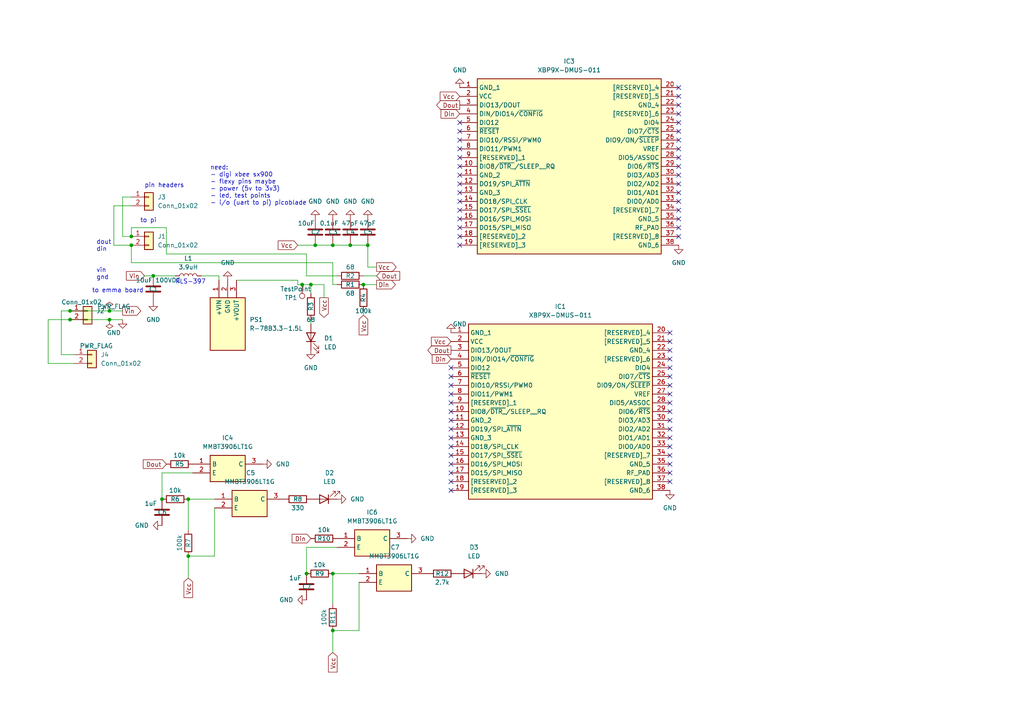
<source format=kicad_sch>
(kicad_sch (version 20230121) (generator eeschema)
  (paper "A4")
  (lib_symbols
    (symbol "Connector:TestPoint" (pin_numbers hide) (pin_names (offset 0.762) hide)
      (property "Reference" "TP" (at 0 6.858 0))
      (property "Value" "TestPoint" (at 0 5.08 0))
      (symbol "TestPoint_0_1"
        (circle (center 0 3.302) (radius 0.762))
      )
      (symbol "TestPoint_1_1"
        (pin passive line (at 0 0 90) (length 2.54) (name "1") (number "1"))
      )
    )
    (symbol "Connector_Generic:Conn_01x02" (pin_names (offset 1.016) hide)
      (property "Reference" "J" (at 0 2.54 0))
      (property "Value" "Conn_01x02" (at 0 -5.08 0))
      (symbol "Conn_01x02_1_1"
        (rectangle (start -1.27 -2.413) (end 0 -2.667) (stroke (width 0.1524)))
        (rectangle (start -1.27 0.127) (end 0 -0.127) (stroke (width 0.1524)))
        (rectangle (start -1.27 1.27) (end 1.27 -3.81) (stroke (width 0.254)) (fill (type background)))
        (pin passive line (at -5.08 0 0) (length 3.81) (name "Pin_1") (number "1"))
        (pin passive line (at -5.08 -2.54 0) (length 3.81) (name "Pin_2") (number "2"))
      )
    )
    (symbol "Device:C" (pin_numbers hide) (pin_names (offset 0.254))
      (property "Reference" "C" (at 0.635 2.54 0))
      (property "Value" "C" (at 0.635 -2.54 0))
      (symbol "C_0_1"
        (polyline (pts (xy -2.032 -0.762) (xy 2.032 -0.762)) (stroke (width 0.508)))
        (polyline (pts (xy -2.032 0.762) (xy 2.032 0.762)) (stroke (width 0.508)))
      )
      (symbol "C_1_1"
        (pin passive line (at 0 3.81 270) (length 2.794) (name "~") (number "1"))
        (pin passive line (at 0 -3.81 90) (length 2.794) (name "~") (number "2"))
      )
    )
    (symbol "Device:L" (pin_numbers hide) (pin_names (offset 1.016) hide)
      (property "Reference" "L" (at -1.27 0 90))
      (property "Value" "L" (at 1.905 0 90))
      (symbol "L_0_1"
        (arc (start 0 -2.54) (mid 0.6323 -1.905) (end 0 -1.27))
        (arc (start 0 -1.27) (mid 0.6323 -0.635) (end 0 0))
        (arc (start 0 0) (mid 0.6323 0.635) (end 0 1.27))
        (arc (start 0 1.27) (mid 0.6323 1.905) (end 0 2.54))
      )
      (symbol "L_1_1"
        (pin passive line (at 0 3.81 270) (length 1.27) (name "1") (number "1"))
        (pin passive line (at 0 -3.81 90) (length 1.27) (name "2") (number "2"))
      )
    )
    (symbol "Device:LED" (pin_numbers hide) (pin_names (offset 1.016) hide)
      (property "Reference" "D" (at 0 2.54 0))
      (property "Value" "LED" (at 0 -2.54 0))
      (symbol "LED_0_1"
        (polyline (pts (xy -1.27 -1.27) (xy -1.27 1.27)) (stroke (width 0.254)))
        (polyline (pts (xy -1.27 0) (xy 1.27 0)))
        (polyline (pts (xy 1.27 -1.27) (xy 1.27 1.27) (xy -1.27 0) (xy 1.27 -1.27)) (stroke (width 0.254)))
        (polyline (pts (xy -3.048 -0.762) (xy -4.572 -2.286) (xy -3.81 -2.286) (xy -4.572 -2.286) (xy -4.572 -1.524)))
        (polyline (pts (xy -1.778 -0.762) (xy -3.302 -2.286) (xy -2.54 -2.286) (xy -3.302 -2.286) (xy -3.302 -1.524)))
      )
      (symbol "LED_1_1"
        (pin passive line (at -3.81 0 0) (length 2.54) (name "K") (number "1"))
        (pin passive line (at 3.81 0 180) (length 2.54) (name "A") (number "2"))
      )
    )
    (symbol "Device:R" (pin_numbers hide) (pin_names (offset 0))
      (property "Reference" "R" (at 2.032 0 90))
      (property "Value" "R" (at 0 0 90))
      (symbol "R_0_1"
        (rectangle (start -1.016 -2.54) (end 1.016 2.54) (stroke (width 0.254)))
      )
      (symbol "R_1_1"
        (pin passive line (at 0 3.81 270) (length 1.27) (name "~") (number "1"))
        (pin passive line (at 0 -3.81 90) (length 1.27) (name "~") (number "2"))
      )
    )
    (symbol "power:GND" (power) (pin_names (offset 0))
      (property "Value" "GND" (at 0 -3.81 0))
      (symbol "GND_0_1"
        (polyline (pts (xy 0 0) (xy 0 -1.27) (xy 1.27 -1.27) (xy 0 -2.54) (xy -1.27 -1.27) (xy 0 -1.27)))
      )
      (symbol "GND_1_1"
        (pin power_in line (at 0 0 270) (length 0) hide (name "GND") (number "1"))
      )
    )
    (symbol "power:PWR_FLAG" (power) (pin_numbers hide) (pin_names (offset 0) hide)
      (property "Value" "PWR_FLAG" (at 0 3.81 0))
      (symbol "PWR_FLAG_0_0"
        (pin power_out line (at 0 0 90) (length 0) (name "pwr") (number "1"))
      )
      (symbol "PWR_FLAG_0_1"
        (polyline (pts (xy 0 0) (xy 0 1.27) (xy -1.016 1.905) (xy 0 2.54) (xy 1.016 1.905) (xy 0 1.27)))
      )
    )
    (symbol "radio_module_symbols:MMBT3906LT1G"
      (property "Reference" "IC" (at 16.51 7.62 0))
      (property "Value" "MMBT3906LT1G" (at 16.51 5.08 0))
      (symbol "MMBT3906LT1G_1_1"
        (rectangle (start 5.08 2.54) (end 15.24 -5.08) (stroke (width 0.254)) (fill (type background)))
        (pin passive line (at 0 0 0) (length 5.08) (name "B") (number "1"))
        (pin passive line (at 0 -2.54 0) (length 5.08) (name "E") (number "2"))
        (pin passive line (at 20.32 0 180) (length 5.08) (name "C") (number "3"))
      )
    )
    (symbol "radio_module_symbols:R-78B3.3-1.5L"
      (property "Reference" "PS" (at 21.59 7.62 0))
      (property "Value" "R-78B3.3-1.5L" (at 21.59 5.08 0))
      (symbol "R-78B3.3-1.5L_1_1"
        (rectangle (start 5.08 2.54) (end 20.32 -7.62) (stroke (width 0.254)) (fill (type background)))
        (pin passive line (at 0 -5.08 0) (length 5.08) (name "+VIN") (number "1"))
        (pin passive line (at 0 -2.54 0) (length 5.08) (name "GND") (number "2"))
        (pin passive line (at 0 0 0) (length 5.08) (name "+VOUT") (number "3"))
      )
    )
    (symbol "radio_module_symbols:XBP9X-DMUS-011"
      (property "Reference" "IC" (at 59.69 7.62 0))
      (property "Value" "XBP9X-DMUS-011" (at 59.69 5.08 0))
      (symbol "XBP9X-DMUS-011_1_1"
        (rectangle (start 5.08 2.54) (end 58.42 -48.26) (stroke (width 0.254)) (fill (type background)))
        (pin passive line (at 0 0 0) (length 5.08) (name "GND_1") (number "1"))
        (pin passive line (at 0 -22.86 0) (length 5.08) (name "DIO8/~{DTR_}/SLEEP__RQ") (number "10"))
        (pin passive line (at 0 -25.4 0) (length 5.08) (name "GND_2") (number "11"))
        (pin passive line (at 0 -27.94 0) (length 5.08) (name "DO19/SPI_~{ATTN}") (number "12"))
        (pin passive line (at 0 -30.48 0) (length 5.08) (name "GND_3") (number "13"))
        (pin passive line (at 0 -33.02 0) (length 5.08) (name "DO18/SPI_CLK") (number "14"))
        (pin passive line (at 0 -35.56 0) (length 5.08) (name "DO17/SPI_~{SSEL}") (number "15"))
        (pin passive line (at 0 -38.1 0) (length 5.08) (name "DO16/SPI_MOSI") (number "16"))
        (pin passive line (at 0 -40.64 0) (length 5.08) (name "DO15/SPI_MISO") (number "17"))
        (pin passive line (at 0 -43.18 0) (length 5.08) (name "[RESERVED]_2") (number "18"))
        (pin passive line (at 0 -45.72 0) (length 5.08) (name "[RESERVED]_3") (number "19"))
        (pin passive line (at 0 -2.54 0) (length 5.08) (name "VCC") (number "2"))
        (pin passive line (at 63.5 0 180) (length 5.08) (name "[RESERVED]_4") (number "20"))
        (pin passive line (at 63.5 -2.54 180) (length 5.08) (name "[RESERVED]_5") (number "21"))
        (pin passive line (at 63.5 -5.08 180) (length 5.08) (name "GND_4") (number "22"))
        (pin passive line (at 63.5 -7.62 180) (length 5.08) (name "[RESERVED]_6") (number "23"))
        (pin passive line (at 63.5 -10.16 180) (length 5.08) (name "DIO4") (number "24"))
        (pin passive line (at 63.5 -12.7 180) (length 5.08) (name "DIO7/~{CTS}") (number "25"))
        (pin passive line (at 63.5 -15.24 180) (length 5.08) (name "DIO9/ON/~{SLEEP}") (number "26"))
        (pin passive line (at 63.5 -17.78 180) (length 5.08) (name "VREF") (number "27"))
        (pin passive line (at 63.5 -20.32 180) (length 5.08) (name "DIO5/ASSOC") (number "28"))
        (pin passive line (at 63.5 -22.86 180) (length 5.08) (name "DIO6/~{RTS}") (number "29"))
        (pin passive line (at 0 -5.08 0) (length 5.08) (name "DIO13/DOUT") (number "3"))
        (pin passive line (at 63.5 -25.4 180) (length 5.08) (name "DIO3/AD3") (number "30"))
        (pin passive line (at 63.5 -27.94 180) (length 5.08) (name "DIO2/AD2") (number "31"))
        (pin passive line (at 63.5 -30.48 180) (length 5.08) (name "DIO1/AD1") (number "32"))
        (pin passive line (at 63.5 -33.02 180) (length 5.08) (name "DIO0/AD0") (number "33"))
        (pin passive line (at 63.5 -35.56 180) (length 5.08) (name "[RESERVED]_7") (number "34"))
        (pin passive line (at 63.5 -38.1 180) (length 5.08) (name "GND_5") (number "35"))
        (pin passive line (at 63.5 -40.64 180) (length 5.08) (name "RF_PAD") (number "36"))
        (pin passive line (at 63.5 -43.18 180) (length 5.08) (name "[RESERVED]_8") (number "37"))
        (pin passive line (at 63.5 -45.72 180) (length 5.08) (name "GND_6") (number "38"))
        (pin passive line (at 0 -7.62 0) (length 5.08) (name "DIN/DIO14/~{CONFIG}") (number "4"))
        (pin passive line (at 0 -10.16 0) (length 5.08) (name "DIO12") (number "5"))
        (pin passive line (at 0 -12.7 0) (length 5.08) (name "~{RESET}") (number "6"))
        (pin passive line (at 0 -15.24 0) (length 5.08) (name "DIO10/RSSI/PWM0") (number "7"))
        (pin passive line (at 0 -17.78 0) (length 5.08) (name "DIO11/PWM1") (number "8"))
        (pin passive line (at 0 -20.32 0) (length 5.08) (name "[RESERVED]_1") (number "9"))
      )
    )
  )
  (junction (at 87.63 82.55))
  (junction (at 90.17 82.55))
  (junction (at 101.6 71.12))
  (junction (at 20.32 92.71))
  (junction (at 20.32 90.17))
  (junction (at 105.41 82.55))
  (junction (at 31.75 90.17))
  (junction (at 38.1 68.58))
  (junction (at 96.52 182.88))
  (junction (at 38.1 71.12))
  (junction (at 106.68 71.12))
  (junction (at 46.99 144.78))
  (junction (at 96.52 71.12))
  (junction (at 96.52 166.37))
  (junction (at 91.44 71.12))
  (junction (at 88.9 166.37))
  (junction (at 44.45 80.01))
  (junction (at 31.75 92.71))
  (junction (at 54.61 161.29))
  (junction (at 54.61 144.78))
  (no_connect (at 194.31 116.84))
  (no_connect (at 194.31 132.08))
  (no_connect (at 196.85 43.18))
  (no_connect (at 194.31 124.46))
  (no_connect (at 194.31 127))
  (no_connect (at 130.81 124.46))
  (no_connect (at 194.31 111.76))
  (no_connect (at 130.81 132.08))
  (no_connect (at 194.31 119.38))
  (no_connect (at 194.31 114.3))
  (no_connect (at 130.81 109.22))
  (no_connect (at 196.85 58.42))
  (no_connect (at 133.35 63.5))
  (no_connect (at 133.35 45.72))
  (no_connect (at 133.35 50.8))
  (no_connect (at 196.85 60.96))
  (no_connect (at 194.31 137.16))
  (no_connect (at 196.85 50.8))
  (no_connect (at 133.35 48.26))
  (no_connect (at 130.81 111.76))
  (no_connect (at 130.81 114.3))
  (no_connect (at 194.31 104.14))
  (no_connect (at 130.81 129.54))
  (no_connect (at 130.81 116.84))
  (no_connect (at 133.35 71.12))
  (no_connect (at 133.35 38.1))
  (no_connect (at 133.35 55.88))
  (no_connect (at 196.85 35.56))
  (no_connect (at 196.85 45.72))
  (no_connect (at 133.35 66.04))
  (no_connect (at 194.31 139.7))
  (no_connect (at 130.81 134.62))
  (no_connect (at 196.85 63.5))
  (no_connect (at 130.81 139.7))
  (no_connect (at 194.31 96.52))
  (no_connect (at 133.35 35.56))
  (no_connect (at 196.85 40.64))
  (no_connect (at 194.31 121.92))
  (no_connect (at 196.85 30.48))
  (no_connect (at 196.85 53.34))
  (no_connect (at 194.31 101.6))
  (no_connect (at 130.81 142.24))
  (no_connect (at 196.85 33.02))
  (no_connect (at 133.35 43.18))
  (no_connect (at 194.31 109.22))
  (no_connect (at 196.85 25.4))
  (no_connect (at 130.81 119.38))
  (no_connect (at 133.35 60.96))
  (no_connect (at 130.81 106.68))
  (no_connect (at 133.35 40.64))
  (no_connect (at 196.85 66.04))
  (no_connect (at 196.85 38.1))
  (no_connect (at 196.85 55.88))
  (no_connect (at 130.81 121.92))
  (no_connect (at 196.85 68.58))
  (no_connect (at 194.31 99.06))
  (no_connect (at 196.85 48.26))
  (no_connect (at 194.31 129.54))
  (no_connect (at 194.31 106.68))
  (no_connect (at 133.35 68.58))
  (no_connect (at 196.85 27.94))
  (no_connect (at 130.81 137.16))
  (no_connect (at 130.81 127))
  (no_connect (at 194.31 134.62))
  (no_connect (at 133.35 58.42))
  (no_connect (at 133.35 53.34))
  (wire (pts (xy 20.32 92.71) (xy 31.75 92.71)))
  (wire (pts (xy 17.78 90.17) (xy 17.78 102.87)))
  (wire (pts (xy 38.1 71.12) (xy 33.02 71.12)))
  (wire (pts (xy 20.32 90.17) (xy 17.78 90.17)))
  (wire (pts (xy 90.17 82.55) (xy 90.17 85.09)))
  (wire (pts (xy 35.56 68.58) (xy 35.56 57.15)))
  (wire (pts (xy 93.98 82.55) (xy 93.98 86.36)))
  (wire (pts (xy 88.9 73.66) (xy 48.26 73.66)))
  (wire (pts (xy 96.52 175.26) (xy 96.52 166.37)))
  (wire (pts (xy 88.9 80.01) (xy 97.79 80.01)))
  (wire (pts (xy 13.97 92.71) (xy 13.97 105.41)))
  (wire (pts (xy 105.41 80.01) (xy 109.22 80.01)))
  (wire (pts (xy 88.9 166.37) (xy 88.9 158.75)))
  (wire (pts (xy 105.41 82.55) (xy 109.22 82.55)))
  (wire (pts (xy 35.56 57.15) (xy 38.1 57.15)))
  (wire (pts (xy 86.36 82.55) (xy 87.63 82.55)))
  (wire (pts (xy 38.1 76.2) (xy 38.1 71.12)))
  (wire (pts (xy 90.17 93.98) (xy 90.17 92.71)))
  (wire (pts (xy 68.58 81.28) (xy 86.36 81.28)))
  (wire (pts (xy 109.22 77.47) (xy 106.68 77.47)))
  (wire (pts (xy 31.75 92.71) (xy 35.56 92.71)))
  (wire (pts (xy 105.41 91.44) (xy 105.41 90.17)))
  (wire (pts (xy 96.52 76.2) (xy 96.52 82.55)))
  (wire (pts (xy 58.42 80.01) (xy 63.5 80.01)))
  (wire (pts (xy 46.99 144.78) (xy 46.99 137.16)))
  (wire (pts (xy 54.61 167.64) (xy 54.61 161.29)))
  (wire (pts (xy 96.52 82.55) (xy 97.79 82.55)))
  (wire (pts (xy 88.9 73.66) (xy 88.9 80.01)))
  (wire (pts (xy 54.61 153.67) (xy 54.61 144.78)))
  (wire (pts (xy 96.52 71.12) (xy 101.6 71.12)))
  (wire (pts (xy 91.44 71.12) (xy 96.52 71.12)))
  (wire (pts (xy 33.02 71.12) (xy 33.02 59.69)))
  (wire (pts (xy 101.6 71.12) (xy 106.68 71.12)))
  (wire (pts (xy 38.1 68.58) (xy 35.56 68.58)))
  (wire (pts (xy 48.26 66.04) (xy 38.1 66.04)))
  (wire (pts (xy 104.14 168.91) (xy 104.14 182.88)))
  (wire (pts (xy 54.61 144.78) (xy 62.23 144.78)))
  (wire (pts (xy 33.02 59.69) (xy 38.1 59.69)))
  (wire (pts (xy 106.68 77.47) (xy 106.68 71.12)))
  (wire (pts (xy 20.32 90.17) (xy 31.75 90.17)))
  (wire (pts (xy 104.14 182.88) (xy 96.52 182.88)))
  (wire (pts (xy 46.99 137.16) (xy 55.88 137.16)))
  (wire (pts (xy 86.36 81.28) (xy 86.36 82.55)))
  (wire (pts (xy 63.5 80.01) (xy 63.5 81.28)))
  (wire (pts (xy 86.36 71.12) (xy 91.44 71.12)))
  (wire (pts (xy 31.75 90.17) (xy 35.56 90.17)))
  (wire (pts (xy 17.78 102.87) (xy 21.59 102.87)))
  (wire (pts (xy 41.91 80.01) (xy 44.45 80.01)))
  (wire (pts (xy 13.97 105.41) (xy 21.59 105.41)))
  (wire (pts (xy 44.45 80.01) (xy 50.8 80.01)))
  (wire (pts (xy 96.52 166.37) (xy 104.14 166.37)))
  (wire (pts (xy 20.32 92.71) (xy 13.97 92.71)))
  (wire (pts (xy 38.1 66.04) (xy 38.1 68.58)))
  (wire (pts (xy 48.26 73.66) (xy 48.26 66.04)))
  (wire (pts (xy 62.23 147.32) (xy 62.23 161.29)))
  (wire (pts (xy 62.23 161.29) (xy 54.61 161.29)))
  (wire (pts (xy 90.17 82.55) (xy 93.98 82.55)))
  (wire (pts (xy 88.9 158.75) (xy 97.79 158.75)))
  (wire (pts (xy 87.63 82.55) (xy 90.17 82.55)))
  (wire (pts (xy 38.1 76.2) (xy 96.52 76.2)))
  (wire (pts (xy 96.52 189.23) (xy 96.52 182.88)))
  (text "pin headers" (at 41.91 54.61 0) (effects (font (size 1.27 1.27)) (justify left bottom)))
  (text "to pi" (at 40.64 64.77 0) (effects (font (size 1.27 1.27)) (justify left bottom)))
  (text "need:\n- digi xbee sx900\n- flexy pins maybe\n- power (5v to 3v3)\n- led, test points\n- i/o (uart to pi) picoblade" (at 60.96 59.69 0) (effects (font (size 1.27 1.27)) (justify left bottom)))
  (text "RLS-397" (at 50.8 82.55 0) (effects (font (size 1.27 1.27)) (justify left bottom)))
  (text "to emma board" (at 26.67 85.09 0) (effects (font (size 1.27 1.27)) (justify left bottom)))
  (text "dout\ndin\n\n\nvin\ngnd" (at 27.94 81.28 0) (effects (font (size 1.27 1.27)) (justify left bottom)))
  (global_label "Vcc" (shape input) (at 130.81 99.06 180) (property "Intersheetrefs" "${INTERSHEET_REFS}" (effects hide)))
  (global_label "Vin" (shape output) (at 35.56 90.17 0) (property "Intersheetrefs" "${INTERSHEET_REFS}" (effects hide)))
  (global_label "Dout" (shape input) (at 48.26 134.62 180) (property "Intersheetrefs" "${INTERSHEET_REFS}" (effects hide)))
  (global_label "Dout" (shape output) (at 133.35 30.48 180) (property "Intersheetrefs" "${INTERSHEET_REFS}" (effects hide)))
  (global_label "Vcc" (shape output) (at 109.22 77.47 0) (property "Intersheetrefs" "${INTERSHEET_REFS}" (effects hide)))
  (global_label "Din" (shape input) (at 90.17 156.21 180) (property "Intersheetrefs" "${INTERSHEET_REFS}" (effects hide)))
  (global_label "Vin" (shape input) (at 41.91 80.01 180) (property "Intersheetrefs" "${INTERSHEET_REFS}" (effects hide)))
  (global_label "Vcc" (shape output) (at 93.98 86.36 270) (property "Intersheetrefs" "${INTERSHEET_REFS}" (effects hide)))
  (global_label "Vcc" (shape input) (at 86.36 71.12 180) (property "Intersheetrefs" "${INTERSHEET_REFS}" (effects hide)))
  (global_label "Vcc" (shape input) (at 96.52 189.23 270) (property "Intersheetrefs" "${INTERSHEET_REFS}" (effects hide)))
  (global_label "Din" (shape input) (at 133.35 33.02 180) (property "Intersheetrefs" "${INTERSHEET_REFS}" (effects hide)))
  (global_label "Vcc" (shape input) (at 105.41 91.44 270) (property "Intersheetrefs" "${INTERSHEET_REFS}" (effects hide)))
  (global_label "Vcc" (shape input) (at 133.35 27.94 180) (property "Intersheetrefs" "${INTERSHEET_REFS}" (effects hide)))
  (global_label "Dout" (shape input) (at 109.22 80.01 0) (property "Intersheetrefs" "${INTERSHEET_REFS}" (effects hide)))
  (global_label "Dout" (shape output) (at 130.81 101.6 180) (property "Intersheetrefs" "${INTERSHEET_REFS}" (effects hide)))
  (global_label "Vcc" (shape input) (at 54.61 167.64 270) (property "Intersheetrefs" "${INTERSHEET_REFS}" (effects hide)))
  (global_label "Din" (shape input) (at 130.81 104.14 180) (property "Intersheetrefs" "${INTERSHEET_REFS}" (effects hide)))
  (global_label "Din" (shape output) (at 109.22 82.55 0) (property "Intersheetrefs" "${INTERSHEET_REFS}" (effects hide)))
  (symbol (lib_id "power:GND") (at 101.6 63.5 180) (unit 1)
    (property "Reference" "#PWR06" (effects hide))
    (property "Value" "GND" (at 101.6 58.42 0))
  )
  (symbol (lib_id "Device:C") (at 88.9 170.18 0) (unit 1)
    (property "Reference" "C7" (at 87.63 170.18 0) (effects (justify left)))
    (property "Value" "1uF" (at 83.82 167.64 0) (effects (justify left)))
    (property "Footprint" "Capacitor_SMD:C_0402_1005Metric" (effects hide))
  )
  (symbol (lib_id "Device:R") (at 101.6 80.01 90) (unit 1)
    (property "Reference" "R2" (at 101.6 80.01 90))
    (property "Value" "68" (at 101.6 77.47 90))
    (property "Footprint" "Resistor_SMD:R_0603_1608Metric" (effects hide))
  )
  (symbol (lib_id "power:GND") (at 46.99 152.4 270) (unit 1)
    (property "Reference" "#PWR013" (effects hide))
    (property "Value" "GND" (at 43.18 152.4 90) (effects (justify right)))
  )
  (symbol (lib_id "power:GND") (at 139.7 166.37 90) (unit 1)
    (property "Reference" "#PWR017" (effects hide))
    (property "Value" "GND" (at 143.51 166.37 90) (effects (justify right)))
  )
  (symbol (lib_id "power:GND") (at 88.9 173.99 270) (unit 1)
    (property "Reference" "#PWR014" (effects hide))
    (property "Value" "GND" (at 85.09 173.99 90) (effects (justify right)))
  )
  (symbol (lib_id "power:GND") (at 66.04 81.28 180) (unit 1)
    (property "Reference" "#PWR018" (effects hide))
    (property "Value" "GND" (at 66.04 76.2 0))
  )
  (symbol (lib_id "power:GND") (at 133.35 25.4 180) (unit 1)
    (property "Reference" "#PWR011" (effects hide))
    (property "Value" "GND" (at 133.35 20.32 0))
  )
  (symbol (lib_id "radio_module_symbols:MMBT3906LT1G") (at 62.23 144.78 0) (unit 1)
    (property "Reference" "IC5" (at 72.39 137.16 0))
    (property "Value" "MMBT3906LT1G" (at 72.39 139.7 0))
    (property "Footprint" "radio_modulefp:SOT96P237X111-3N" (effects hide))
    (property "Datasheet" "http://www.onsemi.com/pub/Collateral/MMBT3906LT1-D.PDF" (effects hide))
    (property "Height" "1.11" (effects hide))
    (property "Mouser Part Number" "863-MMBT3906LT1G" (effects hide))
    (property "Mouser Price/Stock" "https://www.mouser.co.uk/ProductDetail/onsemi/MMBT3906LT1G?qs=HVbQlW5zcXXO9RcjXx8aQw%3D%3D" (effects hide))
    (property "Manufacturer_Name" "onsemi" (effects hide))
    (property "Manufacturer_Part_Number" "MMBT3906LT1G" (effects hide))
  )
  (symbol (lib_id "Device:R") (at 90.17 88.9 180) (unit 1)
    (property "Reference" "R3" (at 90.17 88.9 90))
    (property "Value" "68" (at 90.17 92.71 0))
    (property "Footprint" "Resistor_SMD:R_0603_1608Metric" (effects hide))
  )
  (symbol (lib_id "power:GND") (at 196.85 71.12 0) (unit 1)
    (property "Reference" "#PWR08" (effects hide))
    (property "Value" "GND" (at 196.85 76.2 0))
  )
  (symbol (lib_id "power:GND") (at 44.45 87.63 0) (unit 1)
    (property "Reference" "#PWR02" (effects hide))
    (property "Value" "GND" (at 44.45 92.71 0))
  )
  (symbol (lib_id "Device:R") (at 93.98 156.21 90) (unit 1)
    (property "Reference" "R10" (at 93.98 156.21 90))
    (property "Value" "10k" (at 93.98 153.67 90))
    (property "Footprint" "Resistor_SMD:R_0603_1608Metric" (effects hide))
  )
  (symbol (lib_id "Connector_Generic:Conn_01x02") (at 43.18 68.58 0) (unit 1)
    (property "Reference" "J1" (at 45.72 68.58 0) (effects (justify left)))
    (property "Value" "Conn_01x02" (at 45.72 71.12 0) (effects (justify left)))
    (property "Footprint" "Connector_Molex:Molex_PicoBlade_53047-0210_1x02_P1.25mm_Vertical" (effects hide))
  )
  (symbol (lib_id "power:GND") (at 96.52 63.5 180) (unit 1)
    (property "Reference" "#PWR05" (effects hide))
    (property "Value" "GND" (at 96.52 58.42 0))
  )
  (symbol (lib_id "Device:R") (at 92.71 166.37 90) (unit 1)
    (property "Reference" "R9" (at 92.71 166.37 90))
    (property "Value" "10k" (at 92.71 163.83 90))
    (property "Footprint" "Resistor_SMD:R_0603_1608Metric" (effects hide))
  )
  (symbol (lib_id "power:GND") (at 90.17 101.6 0) (unit 1)
    (property "Reference" "#PWR09" (effects hide))
    (property "Value" "GND" (at 90.17 106.68 0))
  )
  (symbol (lib_id "radio_module_symbols:R-78B3.3-1.5L") (at 68.58 81.28 270) (unit 1)
    (property "Reference" "PS1" (at 72.39 92.71 90) (effects (justify left)))
    (property "Value" "R-78B3.3-1.5L" (at 72.39 95.25 90) (effects (justify left)))
    (property "Footprint" "radio_modulefp:R78B5015L" (effects hide))
    (property "Datasheet" "https://www.arrow.com/en/products/r-78b3.3-1.5l/recom-power" (effects hide))
    (property "Height" "8" (effects hide))
    (property "Mouser Part Number" "919-R-78B3.3-1.5L" (effects hide))
    (property "Mouser Price/Stock" "https://www.mouser.co.uk/ProductDetail/RECOM-Power/R-78B3.3-1.5L?qs=XF8hdbuHJAXdbZOwcNOS%2FA%3D%3D" (effects hide))
    (property "Manufacturer_Name" "RECOM Power" (effects hide))
    (property "Manufacturer_Part_Number" "R-78B3.3-1.5L" (effects hide))
  )
  (symbol (lib_id "Device:C") (at 101.6 67.31 0) (unit 1)
    (property "Reference" "C4" (at 100.33 67.31 0) (effects (justify left)))
    (property "Value" "47pF" (at 99.06 64.77 0) (effects (justify left)))
    (property "Footprint" "Capacitor_SMD:C_0603_1608Metric" (effects hide))
  )
  (symbol (lib_id "Device:C") (at 91.44 67.31 0) (unit 1)
    (property "Reference" "C2" (at 90.17 67.31 0) (effects (justify left)))
    (property "Value" "10uF" (at 86.36 64.77 0) (effects (justify left)))
    (property "Footprint" "Capacitor_SMD:C_0603_1608Metric" (effects hide))
  )
  (symbol (lib_id "power:GND") (at 91.44 63.5 180) (unit 1)
    (property "Reference" "#PWR03" (effects hide))
    (property "Value" "GND" (at 91.44 58.42 0))
  )
  (symbol (lib_id "Connector_Generic:Conn_01x02") (at 26.67 102.87 0) (unit 1)
    (property "Reference" "J4" (at 29.21 102.87 0) (effects (justify left)))
    (property "Value" "Conn_01x02" (at 29.21 105.41 0) (effects (justify left)))
    (property "Footprint" "Connector_PinHeader_1.27mm:PinHeader_1x02_P1.27mm_Vertical" (effects hide))
  )
  (symbol (lib_id "Device:R") (at 105.41 86.36 180) (unit 1)
    (property "Reference" "R4" (at 105.41 86.36 90))
    (property "Value" "100k" (at 105.41 90.17 0))
    (property "Footprint" "Resistor_SMD:R_0603_1608Metric" (effects hide))
  )
  (symbol (lib_id "Connector_Generic:Conn_01x02") (at 43.18 57.15 0) (unit 1)
    (property "Reference" "J3" (at 45.72 57.15 0) (effects (justify left)))
    (property "Value" "Conn_01x02" (at 45.72 59.69 0) (effects (justify left)))
    (property "Footprint" "Connector_PinHeader_1.27mm:PinHeader_1x02_P1.27mm_Vertical" (effects hide))
  )
  (symbol (lib_id "power:GND") (at 35.56 92.71 0) (unit 1)
    (property "Reference" "#PWR01" (effects hide))
    (property "Value" "GND" (at 33.02 96.52 0))
  )
  (symbol (lib_id "power:PWR_FLAG") (at 31.75 90.17 0) (unit 1)
    (property "Reference" "#FLG01" (effects hide))
    (property "Value" "PWR_FLAG" (at 33.02 88.9 0))
  )
  (symbol (lib_id "Device:C") (at 44.45 83.82 0) (unit 1)
    (property "Reference" "C1" (at 43.18 83.82 0) (effects (justify left)))
    (property "Value" "10uF 100VDC" (at 39.37 81.28 0) (effects (justify left)))
    (property "Footprint" "Capacitor_SMD:C_1210_3225Metric" (effects hide))
  )
  (symbol (lib_id "power:GND") (at 97.79 144.78 90) (unit 1)
    (property "Reference" "#PWR016" (effects hide))
    (property "Value" "GND" (at 101.6 144.78 90) (effects (justify right)))
  )
  (symbol (lib_id "Connector_Generic:Conn_01x02") (at 25.4 90.17 0) (unit 1)
    (property "Reference" "J2" (at 27.94 90.17 0) (effects (justify left)))
    (property "Value" "Conn_01x02" (at 17.78 87.63 0) (effects (justify left)))
    (property "Footprint" "Connector_Molex:Molex_PicoBlade_53047-0210_1x02_P1.25mm_Vertical" (effects hide))
  )
  (symbol (lib_id "Device:C") (at 96.52 67.31 0) (unit 1)
    (property "Reference" "C3" (at 95.25 67.31 0) (effects (justify left)))
    (property "Value" "0.1uF" (at 92.71 64.77 0) (effects (justify left)))
    (property "Footprint" "Capacitor_SMD:C_0603_1608Metric" (effects hide))
  )
  (symbol (lib_id "Device:L") (at 54.61 80.01 90) (unit 1)
    (property "Reference" "L1" (at 54.61 74.93 90))
    (property "Value" "3.9uH" (at 54.61 77.47 90))
    (property "Footprint" "radio_modulefp:RLS397" (effects hide))
  )
  (symbol (lib_id "Device:R") (at 52.07 134.62 90) (unit 1)
    (property "Reference" "R5" (at 52.07 134.62 90))
    (property "Value" "10k" (at 52.07 132.08 90))
    (property "Footprint" "Resistor_SMD:R_0603_1608Metric" (effects hide))
  )
  (symbol (lib_id "Device:R") (at 128.27 166.37 270) (unit 1)
    (property "Reference" "R12" (at 128.27 166.37 90))
    (property "Value" "2.7k" (at 128.27 168.91 90))
    (property "Footprint" "Resistor_SMD:R_0603_1608Metric" (effects hide))
  )
  (symbol (lib_id "power:PWR_FLAG") (at 31.75 92.71 180) (unit 1)
    (property "Reference" "#FLG02" (effects hide))
    (property "Value" "PWR_FLAG" (at 27.94 100.33 0))
  )
  (symbol (lib_id "Device:R") (at 54.61 157.48 180) (unit 1)
    (property "Reference" "R7" (at 54.61 157.48 90))
    (property "Value" "100k" (at 52.07 157.48 90))
    (property "Footprint" "Resistor_SMD:R_0603_1608Metric" (effects hide))
  )
  (symbol (lib_id "power:GND") (at 118.11 156.21 90) (unit 1)
    (property "Reference" "#PWR015" (effects hide))
    (property "Value" "GND" (at 121.92 156.21 90) (effects (justify right)))
  )
  (symbol (lib_id "radio_module_symbols:XBP9X-DMUS-011") (at 133.35 25.4 0) (unit 1)
    (property "Reference" "IC3" (at 165.1 17.78 0))
    (property "Value" "XBP9X-DMUS-011" (at 165.1 20.32 0))
    (property "Footprint" "radio_modulefp:xbee sx 900 flexy" (effects hide))
    (property "Datasheet" "http://www.digi.com/resources/documentation/digidocs/pdfs/90001477.pdf" (effects hide))
    (property "Height" "3.429" (effects hide))
    (property "Mouser Part Number" "888-XBP9X-DMUS-011" (effects hide))
    (property "Mouser Price/Stock" "https://www.mouser.co.uk/ProductDetail/DIGI/XBP9X-DMUS-011?qs=u4fy%2FsgLU9PDEP8%2FPyF26w%3D%3D" (effects hide))
    (property "Manufacturer_Name" "DIGI" (effects hide))
    (property "Manufacturer_Part_Number" "XBP9X-DMUS-011" (effects hide))
  )
  (symbol (lib_id "power:GND") (at 194.31 142.24 0) (unit 1)
    (property "Reference" "#PWR010" (effects hide))
    (property "Value" "GND" (at 194.31 147.32 0))
  )
  (symbol (lib_id "Device:R") (at 96.52 179.07 180) (unit 1)
    (property "Reference" "R11" (at 96.52 179.07 90))
    (property "Value" "100k" (at 93.98 179.07 90))
    (property "Footprint" "Resistor_SMD:R_0603_1608Metric" (effects hide))
  )
  (symbol (lib_id "Device:LED") (at 135.89 166.37 180) (unit 1)
    (property "Reference" "D3" (at 137.4775 158.75 0))
    (property "Value" "LED" (at 137.4775 161.29 0))
    (property "Footprint" "LED_SMD:LED_0603_1608Metric" (effects hide))
  )
  (symbol (lib_id "Device:R") (at 86.36 144.78 270) (unit 1)
    (property "Reference" "R8" (at 86.36 144.78 90))
    (property "Value" "330" (at 86.36 147.32 90))
    (property "Footprint" "Resistor_SMD:R_1206_3216Metric" (effects hide))
  )
  (symbol (lib_id "power:GND") (at 130.81 96.52 180) (unit 1)
    (property "Reference" "#PWR04" (effects hide))
    (property "Value" "GND" (at 133.35 93.98 0))
  )
  (symbol (lib_id "Device:LED") (at 93.98 144.78 180) (unit 1)
    (property "Reference" "D2" (at 95.5675 137.16 0))
    (property "Value" "LED" (at 95.5675 139.7 0))
    (property "Footprint" "LED_SMD:LED_0603_1608Metric" (effects hide))
  )
  (symbol (lib_id "radio_module_symbols:MMBT3906LT1G") (at 97.79 156.21 0) (unit 1)
    (property "Reference" "IC6" (at 107.95 148.59 0))
    (property "Value" "MMBT3906LT1G" (at 107.95 151.13 0))
    (property "Footprint" "radio_modulefp:SOT96P237X111-3N" (effects hide))
    (property "Datasheet" "http://www.onsemi.com/pub/Collateral/MMBT3906LT1-D.PDF" (effects hide))
    (property "Height" "1.11" (effects hide))
    (property "Mouser Part Number" "863-MMBT3906LT1G" (effects hide))
    (property "Mouser Price/Stock" "https://www.mouser.co.uk/ProductDetail/onsemi/MMBT3906LT1G?qs=HVbQlW5zcXXO9RcjXx8aQw%3D%3D" (effects hide))
    (property "Manufacturer_Name" "onsemi" (effects hide))
    (property "Manufacturer_Part_Number" "MMBT3906LT1G" (effects hide))
  )
  (symbol (lib_id "Device:C") (at 46.99 148.59 0) (unit 1)
    (property "Reference" "C6" (at 45.72 148.59 0) (effects (justify left)))
    (property "Value" "1uF" (at 41.91 146.05 0) (effects (justify left)))
    (property "Footprint" "Capacitor_SMD:C_0402_1005Metric" (effects hide))
  )
  (symbol (lib_id "Device:R") (at 101.6 82.55 90) (unit 1)
    (property "Reference" "R1" (at 101.6 82.55 90))
    (property "Value" "68" (at 101.6 85.09 90))
    (property "Footprint" "Resistor_SMD:R_0603_1608Metric" (effects hide))
  )
  (symbol (lib_id "radio_module_symbols:XBP9X-DMUS-011") (at 130.81 96.52 0) (unit 1)
    (property "Reference" "IC1" (at 162.56 88.9 0))
    (property "Value" "XBP9X-DMUS-011" (at 162.56 91.44 0))
    (property "Footprint" "radio_modulefp:xbee sx 900" (effects hide))
    (property "Datasheet" "http://www.digi.com/resources/documentation/digidocs/pdfs/90001477.pdf" (effects hide))
    (property "Height" "3.429" (effects hide))
    (property "Mouser Part Number" "888-XBP9X-DMUS-011" (effects hide))
    (property "Mouser Price/Stock" "https://www.mouser.co.uk/ProductDetail/DIGI/XBP9X-DMUS-011?qs=u4fy%2FsgLU9PDEP8%2FPyF26w%3D%3D" (effects hide))
    (property "Manufacturer_Name" "DIGI" (effects hide))
    (property "Manufacturer_Part_Number" "XBP9X-DMUS-011" (effects hide))
  )
  (symbol (lib_id "power:GND") (at 76.2 134.62 90) (unit 1)
    (property "Reference" "#PWR012" (effects hide))
    (property "Value" "GND" (at 80.01 134.62 90) (effects (justify right)))
  )
  (symbol (lib_id "Device:C") (at 106.68 67.31 0) (unit 1)
    (property "Reference" "C5" (at 105.41 67.31 0) (effects (justify left)))
    (property "Value" "47pF" (at 104.14 64.77 0) (effects (justify left)))
    (property "Footprint" "Capacitor_SMD:C_0603_1608Metric" (effects hide))
  )
  (symbol (lib_id "Device:LED") (at 90.17 97.79 90) (unit 1)
    (property "Reference" "D1" (at 93.98 98.1075 90) (effects (justify right)))
    (property "Value" "LED" (at 93.98 100.6475 90) (effects (justify right)))
    (property "Footprint" "LED_SMD:LED_0603_1608Metric" (effects hide))
  )
  (symbol (lib_id "radio_module_symbols:MMBT3906LT1G") (at 104.14 166.37 0) (unit 1)
    (property "Reference" "IC7" (at 114.3 158.75 0))
    (property "Value" "MMBT3906LT1G" (at 114.3 161.29 0))
    (property "Footprint" "radio_modulefp:SOT96P237X111-3N" (effects hide))
    (property "Datasheet" "http://www.onsemi.com/pub/Collateral/MMBT3906LT1-D.PDF" (effects hide))
    (property "Height" "1.11" (effects hide))
    (property "Mouser Part Number" "863-MMBT3906LT1G" (effects hide))
    (property "Mouser Price/Stock" "https://www.mouser.co.uk/ProductDetail/onsemi/MMBT3906LT1G?qs=HVbQlW5zcXXO9RcjXx8aQw%3D%3D" (effects hide))
    (property "Manufacturer_Name" "onsemi" (effects hide))
    (property "Manufacturer_Part_Number" "MMBT3906LT1G" (effects hide))
  )
  (symbol (lib_id "radio_module_symbols:MMBT3906LT1G") (at 55.88 134.62 0) (unit 1)
    (property "Reference" "IC4" (at 66.04 127 0))
    (property "Value" "MMBT3906LT1G" (at 66.04 129.54 0))
    (property "Footprint" "radio_modulefp:SOT96P237X111-3N" (effects hide))
    (property "Datasheet" "http://www.onsemi.com/pub/Collateral/MMBT3906LT1-D.PDF" (effects hide))
    (property "Height" "1.11" (effects hide))
    (property "Mouser Part Number" "863-MMBT3906LT1G" (effects hide))
    (property "Mouser Price/Stock" "https://www.mouser.co.uk/ProductDetail/onsemi/MMBT3906LT1G?qs=HVbQlW5zcXXO9RcjXx8aQw%3D%3D" (effects hide))
    (property "Manufacturer_Name" "onsemi" (effects hide))
    (property "Manufacturer_Part_Number" "MMBT3906LT1G" (effects hide))
  )
  (symbol (lib_id "Connector:TestPoint") (at 87.63 82.55 180) (unit 1)
    (property "Reference" "TP1" (at 82.55 86.36 0) (effects (justify right)))
    (property "Value" "TestPoint" (at 81.28 83.82 0) (effects (justify right)))
    (property "Footprint" "TestPoint:TestPoint_Pad_3.0x3.0mm" (effects hide))
  )
  (symbol (lib_id "power:GND") (at 106.68 63.5 180) (unit 1)
    (property "Reference" "#PWR07" (effects hide))
    (property "Value" "GND" (at 106.68 58.42 0))
  )
  (symbol (lib_id "Device:R") (at 50.8 144.78 90) (unit 1)
    (property "Reference" "R6" (at 50.8 144.78 90))
    (property "Value" "10k" (at 50.8 142.24 90))
    (property "Footprint" "Resistor_SMD:R_0603_1608Metric" (effects hide))
  )
)
</source>
